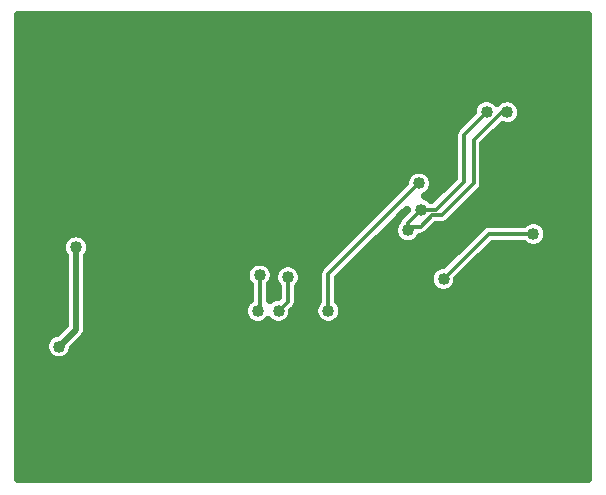
<source format=gbr>
G04 DipTrace 3.0.0.2*
G04 Bottom.gbr*
%MOIN*%
G04 #@! TF.FileFunction,Copper,L2,Bot*
G04 #@! TF.Part,Single*
G04 #@! TA.AperFunction,Conductor*
%ADD14C,0.012992*%
%ADD16C,0.02*%
G04 #@! TA.AperFunction,CopperBalancing*
%ADD17C,0.025*%
G04 #@! TA.AperFunction,ViaPad*
%ADD41C,0.04*%
%FSLAX26Y26*%
G04*
G70*
G90*
G75*
G01*
G04 Bottom*
%LPD*%
X1237452Y1112452D2*
D14*
Y999952D1*
X1231201Y993701D1*
X1331201Y1106201D2*
Y1024952D1*
X1299950Y993701D1*
X1731201Y1262452D2*
Y1287452D1*
X1774950Y1331201D1*
X1824952D1*
X1918701Y1424950D1*
Y1581201D1*
X1993701Y1656201D1*
X2062452D2*
X2043701D1*
X1949950Y1562450D1*
Y1418701D1*
X1843701Y1312452D1*
X1812453D1*
X1774952Y1274950D1*
X1731201D1*
Y1262452D1*
X1849952Y1099950D2*
X1999952Y1249950D1*
X2149655D1*
X624951Y1206201D2*
D16*
Y931201D1*
X568701Y874951D1*
X1465748Y993701D2*
D14*
Y1115748D1*
X1768701Y1418701D1*
D41*
X1849952Y1099950D3*
X2149655Y1249950D3*
X624951Y1206201D3*
X568701Y874951D3*
X1465748Y993701D3*
X1768701Y1418701D3*
X662452Y868701D3*
X456201Y831201D3*
X631201Y1456201D3*
X674951Y1087451D3*
X781201Y1249950D3*
X674950Y1668701D3*
X1274950Y599952D3*
X1368701Y837452D3*
X1764701Y1045701D3*
X1743701Y1199950D3*
X2049950Y1424950D3*
X1931201Y487450D3*
X862452Y624950D3*
Y1056201D3*
X1568701Y887452D3*
X1099950Y1318701D3*
X1337452Y1568701D3*
X1549950Y1549950D3*
X1274950Y1756201D3*
X1237452Y1112452D3*
X1331201Y1106201D3*
X1231201Y993701D3*
X1299950D3*
X1731201Y1262452D3*
X1774950Y1331201D3*
X1993701Y1656201D3*
X2062452D3*
X1581201Y1312452D3*
X1431201Y1268701D3*
X434701Y1955332D2*
D17*
X2327723D1*
X434701Y1930463D2*
X2327723D1*
X434701Y1905595D2*
X2327723D1*
X434701Y1880726D2*
X2327723D1*
X434701Y1855857D2*
X2327723D1*
X434701Y1830988D2*
X2327723D1*
X434701Y1806120D2*
X2327723D1*
X434701Y1781251D2*
X2327723D1*
X434701Y1756382D2*
X2327723D1*
X434701Y1731513D2*
X2327723D1*
X434701Y1706645D2*
X2327723D1*
X434701Y1681776D2*
X1952382D1*
X2103768D2*
X2327723D1*
X434701Y1656907D2*
X1944716D1*
X2111434D2*
X2327723D1*
X434701Y1632038D2*
X1920399D1*
X2104647D2*
X2327723D1*
X434701Y1607170D2*
X1895546D1*
X2043807D2*
X2327723D1*
X434701Y1582301D2*
X1883241D1*
X2018954D2*
X2327723D1*
X434701Y1557432D2*
X1883241D1*
X1994052D2*
X2327723D1*
X434701Y1532563D2*
X1883241D1*
X1985409D2*
X2327723D1*
X434701Y1507694D2*
X1883241D1*
X1985409D2*
X2327723D1*
X434701Y1482826D2*
X1883241D1*
X1985409D2*
X2327723D1*
X434701Y1457957D2*
X1741298D1*
X1796102D2*
X1883241D1*
X1985409D2*
X2327723D1*
X434701Y1433088D2*
X1722011D1*
X1815389D2*
X1877723D1*
X1985409D2*
X2327723D1*
X434701Y1408219D2*
X1709071D1*
X1816513D2*
X1852821D1*
X1983700D2*
X2327723D1*
X434701Y1383351D2*
X1684218D1*
X1801376D2*
X1827968D1*
X1963729D2*
X2327723D1*
X434701Y1358482D2*
X1659364D1*
X1938876D2*
X2327723D1*
X434701Y1333613D2*
X1634462D1*
X1913973D2*
X2327723D1*
X434701Y1308744D2*
X1609608D1*
X1889120D2*
X2327723D1*
X434701Y1283876D2*
X1584755D1*
X1862655D2*
X2115370D1*
X2183944D2*
X2327723D1*
X434701Y1259007D2*
X1559852D1*
X1658163D2*
X1682313D1*
X1808163D2*
X1959852D1*
X2197763D2*
X2327723D1*
X434701Y1234138D2*
X585292D1*
X664608D2*
X1534999D1*
X1633261D2*
X1691835D1*
X1770565D2*
X1934999D1*
X2195858D2*
X2327723D1*
X434701Y1209269D2*
X576063D1*
X673837D2*
X1510145D1*
X1608407D2*
X1910145D1*
X2008407D2*
X2124647D1*
X2174667D2*
X2327723D1*
X434701Y1184400D2*
X581386D1*
X668514D2*
X1485243D1*
X1583554D2*
X1885292D1*
X1983554D2*
X2327723D1*
X434701Y1159532D2*
X585975D1*
X663925D2*
X1460389D1*
X1558651D2*
X1860389D1*
X1958651D2*
X2327723D1*
X434701Y1134663D2*
X585975D1*
X663925D2*
X1194130D1*
X1280819D2*
X1291913D1*
X1370468D2*
X1436220D1*
X1533798D2*
X1816542D1*
X1933798D2*
X2327723D1*
X434701Y1109794D2*
X585975D1*
X663925D2*
X1188514D1*
X1380038D2*
X1430263D1*
X1508944D2*
X1801991D1*
X1908944D2*
X2327723D1*
X434701Y1084925D2*
X585975D1*
X663925D2*
X1197499D1*
X1277401D2*
X1287367D1*
X1375057D2*
X1430263D1*
X1501229D2*
X1803456D1*
X1896444D2*
X2327723D1*
X434701Y1060057D2*
X585975D1*
X663925D2*
X1201991D1*
X1272909D2*
X1295741D1*
X1366659D2*
X1430263D1*
X1501229D2*
X1823573D1*
X1876327D2*
X2327723D1*
X434701Y1035188D2*
X585975D1*
X663925D2*
X1201991D1*
X1366659D2*
X1430263D1*
X1501229D2*
X2327723D1*
X434701Y1010319D2*
X585975D1*
X663925D2*
X1185292D1*
X1363241D2*
X1419813D1*
X1511679D2*
X2327723D1*
X434701Y985450D2*
X585975D1*
X663925D2*
X1182948D1*
X1348202D2*
X1417518D1*
X1514022D2*
X2327723D1*
X434701Y960582D2*
X585975D1*
X663925D2*
X1196083D1*
X1335067D2*
X1430604D1*
X1500888D2*
X2327723D1*
X434701Y935713D2*
X575380D1*
X663925D2*
X2327723D1*
X434701Y910844D2*
X536659D1*
X657723D2*
X2327723D1*
X434701Y885975D2*
X521034D1*
X633798D2*
X2327723D1*
X434701Y861107D2*
X521815D1*
X615585D2*
X2327723D1*
X434701Y836238D2*
X540468D1*
X596932D2*
X2327723D1*
X434701Y811369D2*
X2327723D1*
X434701Y786500D2*
X2327723D1*
X434701Y761631D2*
X2327723D1*
X434701Y736763D2*
X2327723D1*
X434701Y711894D2*
X2327723D1*
X434701Y687025D2*
X2327723D1*
X434701Y662156D2*
X2327723D1*
X434701Y637288D2*
X2327723D1*
X434701Y612419D2*
X2327723D1*
X434701Y587550D2*
X2327723D1*
X434701Y562681D2*
X2327723D1*
X434701Y537813D2*
X2327723D1*
X434701Y512944D2*
X2327723D1*
X434701Y488075D2*
X2327723D1*
X434701Y463206D2*
X2327723D1*
X434701Y438337D2*
X2327723D1*
X1283800Y1108804D2*
X1282659Y1101598D1*
X1280405Y1094660D1*
X1277093Y1088160D1*
X1272805Y1082257D1*
X1270433Y1079692D1*
X1270440Y1029590D1*
X1275658Y1033342D1*
X1282159Y1036654D1*
X1289097Y1038909D1*
X1296303Y1040050D1*
X1298226Y1040125D1*
X1298213Y1073438D1*
X1293588Y1078874D1*
X1289776Y1085094D1*
X1286984Y1091834D1*
X1285281Y1098928D1*
X1284709Y1106201D1*
X1285281Y1113474D1*
X1286984Y1120568D1*
X1289776Y1127308D1*
X1293588Y1133528D1*
X1298326Y1139076D1*
X1303874Y1143814D1*
X1310094Y1147626D1*
X1316834Y1150418D1*
X1323928Y1152121D1*
X1331201Y1152693D1*
X1338474Y1152121D1*
X1345568Y1150418D1*
X1352308Y1147626D1*
X1358528Y1143814D1*
X1364076Y1139076D1*
X1368814Y1133528D1*
X1372626Y1127308D1*
X1375418Y1120568D1*
X1377121Y1113474D1*
X1377693Y1106201D1*
X1377121Y1098928D1*
X1375418Y1091834D1*
X1372626Y1085094D1*
X1368814Y1078874D1*
X1364182Y1073441D1*
X1364088Y1022363D1*
X1362575Y1014758D1*
X1359328Y1007715D1*
X1354527Y1001625D1*
X1354282Y1001399D1*
X1346413Y993512D1*
X1345870Y986428D1*
X1344167Y979334D1*
X1341375Y972594D1*
X1337563Y966374D1*
X1332825Y960826D1*
X1327278Y956088D1*
X1321057Y952276D1*
X1314317Y949484D1*
X1307223Y947781D1*
X1299950Y947209D1*
X1292677Y947781D1*
X1285583Y949484D1*
X1278843Y952276D1*
X1272623Y956088D1*
X1267075Y960826D1*
X1265594Y962428D1*
X1261395Y958348D1*
X1255493Y954060D1*
X1248993Y950748D1*
X1242054Y948493D1*
X1234849Y947352D1*
X1227553D1*
X1220348Y948493D1*
X1213409Y950748D1*
X1206909Y954060D1*
X1201007Y958348D1*
X1195848Y963507D1*
X1191560Y969409D1*
X1188248Y975909D1*
X1185993Y982848D1*
X1184852Y990053D1*
Y997349D1*
X1185993Y1004554D1*
X1188248Y1011493D1*
X1191560Y1017993D1*
X1195848Y1023895D1*
X1201007Y1029054D1*
X1204478Y1031718D1*
X1204463Y1079688D1*
X1199839Y1085124D1*
X1196027Y1091345D1*
X1193235Y1098085D1*
X1191532Y1105179D1*
X1190960Y1112452D1*
X1191532Y1119725D1*
X1193235Y1126819D1*
X1196027Y1133559D1*
X1199839Y1139779D1*
X1204577Y1145327D1*
X1210124Y1150065D1*
X1216345Y1153876D1*
X1223085Y1156668D1*
X1230179Y1158371D1*
X1237452Y1158944D1*
X1244725Y1158371D1*
X1251819Y1156668D1*
X1258559Y1153876D1*
X1264779Y1150065D1*
X1270327Y1145327D1*
X1275065Y1139779D1*
X1278876Y1133559D1*
X1281668Y1126819D1*
X1283371Y1119725D1*
X1283944Y1112452D1*
X1283800Y1108804D1*
X1772918Y1241979D2*
X1768814Y1235124D1*
X1764076Y1229577D1*
X1758528Y1224839D1*
X1752308Y1221027D1*
X1745568Y1218235D1*
X1738474Y1216532D1*
X1731201Y1215960D1*
X1723928Y1216532D1*
X1716834Y1218235D1*
X1710094Y1221027D1*
X1703874Y1224839D1*
X1698326Y1229577D1*
X1693588Y1235124D1*
X1689776Y1241345D1*
X1686984Y1248085D1*
X1685281Y1255179D1*
X1684709Y1262452D1*
X1685281Y1269725D1*
X1686984Y1276819D1*
X1689776Y1283559D1*
X1693588Y1289779D1*
X1699447Y1296362D1*
X1701808Y1302428D1*
X1706117Y1308876D1*
X1728487Y1331390D1*
X1703639Y1306986D1*
X1498723Y1102071D1*
X1498736Y1026442D1*
X1503361Y1021028D1*
X1507173Y1014808D1*
X1509965Y1008068D1*
X1511668Y1000974D1*
X1512240Y993701D1*
X1511668Y986428D1*
X1509965Y979334D1*
X1507173Y972594D1*
X1503361Y966374D1*
X1498623Y960826D1*
X1493076Y956088D1*
X1486855Y952276D1*
X1480115Y949484D1*
X1473021Y947781D1*
X1465748Y947209D1*
X1458475Y947781D1*
X1451381Y949484D1*
X1444641Y952276D1*
X1438421Y956088D1*
X1432873Y960826D1*
X1428135Y966374D1*
X1424323Y972594D1*
X1421532Y979334D1*
X1419829Y986428D1*
X1419256Y993701D1*
X1419829Y1000974D1*
X1421532Y1008068D1*
X1424323Y1014808D1*
X1428135Y1021028D1*
X1432767Y1026461D1*
X1432862Y1118336D1*
X1434375Y1125942D1*
X1437621Y1132985D1*
X1442422Y1139074D1*
X1442667Y1139301D1*
X1722192Y1418844D1*
X1722781Y1425974D1*
X1724484Y1433068D1*
X1727276Y1439808D1*
X1731088Y1446028D1*
X1735826Y1451576D1*
X1741374Y1456314D1*
X1747594Y1460126D1*
X1754334Y1462918D1*
X1761428Y1464621D1*
X1768701Y1465193D1*
X1775974Y1464621D1*
X1783068Y1462918D1*
X1789808Y1460126D1*
X1796028Y1456314D1*
X1801576Y1451576D1*
X1806314Y1446028D1*
X1810126Y1439808D1*
X1812918Y1433068D1*
X1814621Y1425974D1*
X1815193Y1418701D1*
X1814621Y1411428D1*
X1812918Y1404334D1*
X1810126Y1397594D1*
X1806314Y1391374D1*
X1801576Y1385826D1*
X1796028Y1381088D1*
X1789808Y1377276D1*
X1787179Y1376064D1*
X1796057Y1372626D1*
X1802278Y1368814D1*
X1807710Y1364182D1*
X1819303Y1372205D1*
X1885698Y1438600D1*
X1885814Y1583789D1*
X1887327Y1591395D1*
X1890574Y1598437D1*
X1895375Y1604527D1*
X1895620Y1604754D1*
X1947199Y1656352D1*
X1947781Y1663474D1*
X1949484Y1670568D1*
X1952276Y1677308D1*
X1956088Y1683528D1*
X1960826Y1689076D1*
X1966374Y1693814D1*
X1972594Y1697626D1*
X1979334Y1700418D1*
X1986428Y1702121D1*
X1993701Y1702693D1*
X2000974Y1702121D1*
X2008068Y1700418D1*
X2014808Y1697626D1*
X2021028Y1693814D1*
X2026576Y1689076D1*
X2028057Y1687474D1*
X2032257Y1691554D1*
X2038160Y1695842D1*
X2044660Y1699154D1*
X2051598Y1701409D1*
X2058804Y1702550D1*
X2066099D1*
X2073305Y1701409D1*
X2080243Y1699154D1*
X2086744Y1695842D1*
X2092646Y1691554D1*
X2097805Y1686395D1*
X2102093Y1680493D1*
X2105405Y1673993D1*
X2107659Y1667054D1*
X2108800Y1659849D1*
Y1652553D1*
X2107659Y1645348D1*
X2105405Y1638409D1*
X2102093Y1631909D1*
X2097805Y1626007D1*
X2092646Y1620848D1*
X2086744Y1616560D1*
X2080243Y1613248D1*
X2073305Y1610993D1*
X2066099Y1609852D1*
X2058804D1*
X2051598Y1610993D1*
X2046653Y1612512D1*
X1982955Y1548802D1*
X1982837Y1416113D1*
X1981324Y1408507D1*
X1978077Y1401465D1*
X1973277Y1395375D1*
X1973031Y1395148D1*
X1865125Y1287367D1*
X1858677Y1283059D1*
X1851402Y1280375D1*
X1843701Y1279463D1*
X1843367Y1279476D1*
X1826074Y1279463D1*
X1796376Y1249866D1*
X1789928Y1245558D1*
X1782653Y1242873D1*
X1774952Y1241962D1*
X1774618Y1241975D1*
X1772950Y1241962D1*
X1849793Y1146444D2*
X1978527Y1275035D1*
X1984975Y1279343D1*
X1992251Y1282027D1*
X1999952Y1282939D1*
X2000285Y1282926D1*
X2116895Y1282939D1*
X2122328Y1287563D1*
X2128548Y1291375D1*
X2135288Y1294167D1*
X2142382Y1295870D1*
X2149655Y1296442D1*
X2156928Y1295870D1*
X2164022Y1294167D1*
X2170762Y1291375D1*
X2176982Y1287563D1*
X2182530Y1282825D1*
X2187268Y1277278D1*
X2191080Y1271057D1*
X2193872Y1264317D1*
X2195575Y1257223D1*
X2196147Y1249950D1*
X2195575Y1242677D1*
X2193872Y1235583D1*
X2191080Y1228843D1*
X2187268Y1222623D1*
X2182530Y1217075D1*
X2176982Y1212337D1*
X2170762Y1208526D1*
X2164022Y1205734D1*
X2156928Y1204031D1*
X2149655Y1203458D1*
X2142382Y1204031D1*
X2135288Y1205734D1*
X2128548Y1208526D1*
X2122328Y1212337D1*
X2116895Y1216969D1*
X2013571Y1216962D1*
X1896461Y1099808D1*
X1895871Y1092677D1*
X1894168Y1085583D1*
X1891376Y1078843D1*
X1887565Y1072623D1*
X1882827Y1067075D1*
X1877279Y1062337D1*
X1871059Y1058526D1*
X1864319Y1055734D1*
X1857225Y1054031D1*
X1849952Y1053458D1*
X1842679Y1054031D1*
X1835585Y1055734D1*
X1828845Y1058526D1*
X1822624Y1062337D1*
X1817077Y1067075D1*
X1812339Y1072623D1*
X1808527Y1078843D1*
X1805735Y1085583D1*
X1804032Y1092677D1*
X1803460Y1099950D1*
X1804032Y1107223D1*
X1805735Y1114317D1*
X1808527Y1121057D1*
X1812339Y1127278D1*
X1817077Y1132825D1*
X1822624Y1137563D1*
X1828845Y1141375D1*
X1835585Y1144167D1*
X1842679Y1145870D1*
X1849795Y1146436D1*
X661443Y1177441D2*
X661331Y928338D1*
X660435Y922682D1*
X658665Y917236D1*
X656066Y912134D1*
X652700Y907501D1*
X614882Y869524D1*
X612918Y860584D1*
X610126Y853844D1*
X606314Y847624D1*
X601576Y842076D1*
X596028Y837338D1*
X589808Y833526D1*
X583068Y830734D1*
X575974Y829031D1*
X568701Y828459D1*
X561428Y829031D1*
X554334Y830734D1*
X547594Y833526D1*
X541374Y837338D1*
X535826Y842076D1*
X531088Y847624D1*
X527276Y853844D1*
X524484Y860584D1*
X522781Y867678D1*
X522209Y874951D1*
X522781Y882224D1*
X524484Y889318D1*
X527276Y896058D1*
X531088Y902278D1*
X535826Y907826D1*
X541374Y912564D1*
X547594Y916376D1*
X554334Y919168D1*
X561428Y920871D1*
X563255Y921087D1*
X588438Y946296D1*
X588459Y1177441D1*
X585310Y1181909D1*
X581998Y1188409D1*
X579743Y1195348D1*
X578602Y1202553D1*
Y1209849D1*
X579743Y1217054D1*
X581998Y1223993D1*
X585310Y1230493D1*
X589598Y1236395D1*
X594757Y1241554D1*
X600659Y1245842D1*
X607159Y1249154D1*
X614098Y1251409D1*
X621303Y1252550D1*
X628599D1*
X635804Y1251409D1*
X642743Y1249154D1*
X649243Y1245842D1*
X655145Y1241554D1*
X660304Y1236395D1*
X664592Y1230493D1*
X667904Y1223993D1*
X670159Y1217054D1*
X671300Y1209849D1*
Y1202553D1*
X670159Y1195348D1*
X667904Y1188409D1*
X664592Y1181909D1*
X661425Y1177429D1*
X2317701Y1980201D2*
X432201D1*
Y432201D1*
X2330201D1*
Y1980201D1*
X2317701D1*
M02*

</source>
